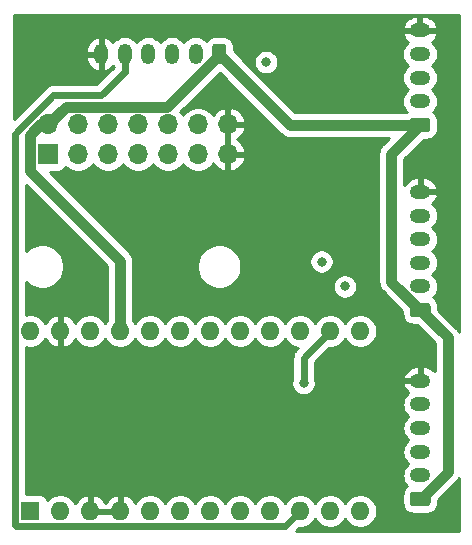
<source format=gbr>
%TF.GenerationSoftware,KiCad,Pcbnew,(5.1.9)-1*%
%TF.CreationDate,2021-10-18T19:29:22-06:00*%
%TF.ProjectId,stick_controller,73746963-6b5f-4636-9f6e-74726f6c6c65,rev?*%
%TF.SameCoordinates,Original*%
%TF.FileFunction,Copper,L4,Bot*%
%TF.FilePolarity,Positive*%
%FSLAX46Y46*%
G04 Gerber Fmt 4.6, Leading zero omitted, Abs format (unit mm)*
G04 Created by KiCad (PCBNEW (5.1.9)-1) date 2021-10-18 19:29:22*
%MOMM*%
%LPD*%
G01*
G04 APERTURE LIST*
%TA.AperFunction,ComponentPad*%
%ADD10O,1.700000X1.700000*%
%TD*%
%TA.AperFunction,ComponentPad*%
%ADD11R,1.700000X1.700000*%
%TD*%
%TA.AperFunction,ComponentPad*%
%ADD12R,1.600000X1.600000*%
%TD*%
%TA.AperFunction,ComponentPad*%
%ADD13O,1.600000X1.600000*%
%TD*%
%TA.AperFunction,ComponentPad*%
%ADD14O,1.750000X1.200000*%
%TD*%
%TA.AperFunction,ComponentPad*%
%ADD15O,1.200000X1.750000*%
%TD*%
%TA.AperFunction,ViaPad*%
%ADD16C,0.800000*%
%TD*%
%TA.AperFunction,Conductor*%
%ADD17C,0.609600*%
%TD*%
%TA.AperFunction,Conductor*%
%ADD18C,0.914400*%
%TD*%
%TA.AperFunction,Conductor*%
%ADD19C,0.254000*%
%TD*%
%TA.AperFunction,Conductor*%
%ADD20C,0.100000*%
%TD*%
G04 APERTURE END LIST*
D10*
%TO.P,J5,14*%
%TO.N,GND*%
X128716000Y-50290000D03*
%TO.P,J5,13*%
X128716000Y-52830000D03*
%TO.P,J5,12*%
%TO.N,/~D10A10*%
X126176000Y-50290000D03*
%TO.P,J5,11*%
%TO.N,/~D5*%
X126176000Y-52830000D03*
%TO.P,J5,10*%
%TO.N,/A0*%
X123636000Y-50290000D03*
%TO.P,J5,9*%
%TO.N,/D4A6*%
X123636000Y-52830000D03*
%TO.P,J5,8*%
%TO.N,/A1*%
X121096000Y-50290000D03*
%TO.P,J5,7*%
%TO.N,/~D3*%
X121096000Y-52830000D03*
%TO.P,J5,6*%
%TO.N,/A2*%
X118556000Y-50290000D03*
%TO.P,J5,5*%
%TO.N,/D2*%
X118556000Y-52830000D03*
%TO.P,J5,4*%
%TO.N,/A3*%
X116016000Y-50290000D03*
%TO.P,J5,3*%
%TO.N,/D0*%
X116016000Y-52830000D03*
%TO.P,J5,2*%
%TO.N,+5V*%
X113476000Y-50290000D03*
D11*
%TO.P,J5,1*%
%TO.N,/D1*%
X113476000Y-52830000D03*
%TD*%
D12*
%TO.P,U1,1*%
%TO.N,/D1*%
X111980000Y-83018000D03*
D13*
%TO.P,U1,13*%
%TO.N,/~D10A10*%
X139920000Y-67778000D03*
%TO.P,U1,2*%
%TO.N,/D0*%
X114520000Y-83018000D03*
%TO.P,U1,14*%
%TO.N,/MOSI*%
X137380000Y-67778000D03*
%TO.P,U1,3*%
%TO.N,GND*%
X117060000Y-83018000D03*
%TO.P,U1,15*%
%TO.N,/MISO*%
X134840000Y-67778000D03*
%TO.P,U1,4*%
%TO.N,GND*%
X119600000Y-83018000D03*
%TO.P,U1,16*%
%TO.N,/SCK*%
X132300000Y-67778000D03*
%TO.P,U1,5*%
%TO.N,/D2*%
X122140000Y-83018000D03*
%TO.P,U1,17*%
%TO.N,/A0*%
X129760000Y-67778000D03*
%TO.P,U1,6*%
%TO.N,/~D3*%
X124680000Y-83018000D03*
%TO.P,U1,18*%
%TO.N,/A1*%
X127220000Y-67778000D03*
%TO.P,U1,7*%
%TO.N,/D4A6*%
X127220000Y-83018000D03*
%TO.P,U1,19*%
%TO.N,/A2*%
X124680000Y-67778000D03*
%TO.P,U1,8*%
%TO.N,/~D5*%
X129760000Y-83018000D03*
%TO.P,U1,20*%
%TO.N,/A3*%
X122140000Y-67778000D03*
%TO.P,U1,9*%
%TO.N,/CSg*%
X132300000Y-83018000D03*
%TO.P,U1,21*%
%TO.N,+5V*%
X119600000Y-67778000D03*
%TO.P,U1,10*%
%TO.N,/CSz*%
X134840000Y-83018000D03*
%TO.P,U1,22*%
%TO.N,/RST*%
X117060000Y-67778000D03*
%TO.P,U1,11*%
%TO.N,/CSy*%
X137380000Y-83018000D03*
%TO.P,U1,23*%
%TO.N,GND*%
X114520000Y-67778000D03*
%TO.P,U1,12*%
%TO.N,/CSx*%
X139920000Y-83018000D03*
%TO.P,U1,24*%
%TO.N,Net-(U1-Pad24)*%
X111980000Y-67778000D03*
%TD*%
D14*
%TO.P,J4,5*%
%TO.N,GND*%
X144976000Y-42330000D03*
%TO.P,J4,4*%
%TO.N,/MISOg*%
X144976000Y-44330000D03*
%TO.P,J4,3*%
%TO.N,/SCK*%
X144976000Y-46330000D03*
%TO.P,J4,2*%
%TO.N,/CSg*%
X144976000Y-48330000D03*
%TO.P,J4,1*%
%TO.N,+5V*%
%TA.AperFunction,ComponentPad*%
G36*
G01*
X145601001Y-50930000D02*
X144350999Y-50930000D01*
G75*
G02*
X144101000Y-50680001I0J249999D01*
G01*
X144101000Y-49979999D01*
G75*
G02*
X144350999Y-49730000I249999J0D01*
G01*
X145601001Y-49730000D01*
G75*
G02*
X145851000Y-49979999I0J-249999D01*
G01*
X145851000Y-50680001D01*
G75*
G02*
X145601001Y-50930000I-249999J0D01*
G01*
G37*
%TD.AperFunction*%
%TD*%
D15*
%TO.P,J3,6*%
%TO.N,GND*%
X117976000Y-44330000D03*
%TO.P,J3,5*%
%TO.N,/CSz*%
X119976000Y-44330000D03*
%TO.P,J3,4*%
%TO.N,/SCK*%
X121976000Y-44330000D03*
%TO.P,J3,3*%
%TO.N,/MOSI*%
X123976000Y-44330000D03*
%TO.P,J3,2*%
%TO.N,/MISO*%
X125976000Y-44330000D03*
%TO.P,J3,1*%
%TO.N,+5V*%
%TA.AperFunction,ComponentPad*%
G36*
G01*
X128576000Y-43704999D02*
X128576000Y-44955001D01*
G75*
G02*
X128326001Y-45205000I-249999J0D01*
G01*
X127625999Y-45205000D01*
G75*
G02*
X127376000Y-44955001I0J249999D01*
G01*
X127376000Y-43704999D01*
G75*
G02*
X127625999Y-43455000I249999J0D01*
G01*
X128326001Y-43455000D01*
G75*
G02*
X128576000Y-43704999I0J-249999D01*
G01*
G37*
%TD.AperFunction*%
%TD*%
D14*
%TO.P,J2,6*%
%TO.N,GND*%
X145000000Y-72000000D03*
%TO.P,J2,5*%
%TO.N,/CSy*%
X145000000Y-74000000D03*
%TO.P,J2,4*%
%TO.N,/SCK*%
X145000000Y-76000000D03*
%TO.P,J2,3*%
%TO.N,/MOSI*%
X145000000Y-78000000D03*
%TO.P,J2,2*%
%TO.N,/MISO*%
X145000000Y-80000000D03*
%TO.P,J2,1*%
%TO.N,+5V*%
%TA.AperFunction,ComponentPad*%
G36*
G01*
X145625001Y-82600000D02*
X144374999Y-82600000D01*
G75*
G02*
X144125000Y-82350001I0J249999D01*
G01*
X144125000Y-81649999D01*
G75*
G02*
X144374999Y-81400000I249999J0D01*
G01*
X145625001Y-81400000D01*
G75*
G02*
X145875000Y-81649999I0J-249999D01*
G01*
X145875000Y-82350001D01*
G75*
G02*
X145625001Y-82600000I-249999J0D01*
G01*
G37*
%TD.AperFunction*%
%TD*%
%TO.P,J1,6*%
%TO.N,GND*%
X145000000Y-56000000D03*
%TO.P,J1,5*%
%TO.N,/CSx*%
X145000000Y-58000000D03*
%TO.P,J1,4*%
%TO.N,/SCK*%
X145000000Y-60000000D03*
%TO.P,J1,3*%
%TO.N,/MOSI*%
X145000000Y-62000000D03*
%TO.P,J1,2*%
%TO.N,/MISO*%
X145000000Y-64000000D03*
%TO.P,J1,1*%
%TO.N,+5V*%
%TA.AperFunction,ComponentPad*%
G36*
G01*
X145625001Y-66600000D02*
X144374999Y-66600000D01*
G75*
G02*
X144125000Y-66350001I0J249999D01*
G01*
X144125000Y-65649999D01*
G75*
G02*
X144374999Y-65400000I249999J0D01*
G01*
X145625001Y-65400000D01*
G75*
G02*
X145875000Y-65649999I0J-249999D01*
G01*
X145875000Y-66350001D01*
G75*
G02*
X145625001Y-66600000I-249999J0D01*
G01*
G37*
%TD.AperFunction*%
%TD*%
D16*
%TO.N,/MOSI*%
X135122000Y-72189500D03*
%TO.N,/MISO*%
X131947000Y-45011500D03*
X136646000Y-61902500D03*
X138618000Y-64000000D03*
%TD*%
D17*
%TO.N,/MOSI*%
X135122000Y-70036000D02*
X137380000Y-67778000D01*
X135122000Y-72189500D02*
X135122000Y-70036000D01*
D18*
%TO.N,+5V*%
X127976000Y-44382963D02*
X127976000Y-44330000D01*
X123576164Y-48782799D02*
X127976000Y-44382963D01*
X114983201Y-48782799D02*
X123576164Y-48782799D01*
X113476000Y-50290000D02*
X114983201Y-48782799D01*
X133976000Y-50330000D02*
X144976000Y-50330000D01*
X127976000Y-44330000D02*
X133976000Y-50330000D01*
X145052963Y-82000000D02*
X145000000Y-82000000D01*
X147314000Y-79738963D02*
X145052963Y-82000000D01*
X147314000Y-68314000D02*
X147314000Y-79738963D01*
X145000000Y-66000000D02*
X147314000Y-68314000D01*
X144947037Y-66000000D02*
X145000000Y-66000000D01*
X142551500Y-63604463D02*
X144947037Y-66000000D01*
X142551500Y-52754500D02*
X142551500Y-63604463D01*
X144976000Y-50330000D02*
X142551500Y-52754500D01*
X111968799Y-54205761D02*
X111968799Y-51152583D01*
X119600000Y-67778000D02*
X119600000Y-61836962D01*
X119600000Y-61836962D02*
X111968799Y-54205761D01*
X111968799Y-51152583D02*
X112831382Y-50290000D01*
X112831382Y-50290000D02*
X113476000Y-50290000D01*
D17*
%TO.N,/CSz*%
X110776159Y-84322801D02*
X133535199Y-84322801D01*
X110675199Y-51085695D02*
X110675199Y-84221841D01*
X119976000Y-44330000D02*
X119976000Y-45814600D01*
X117969812Y-47820788D02*
X113940106Y-47820788D01*
X113940106Y-47820788D02*
X110675199Y-51085695D01*
X119976000Y-45814600D02*
X117969812Y-47820788D01*
X133535199Y-84322801D02*
X134840000Y-83018000D01*
X110675199Y-84221841D02*
X110776159Y-84322801D01*
%TD*%
D19*
%TO.N,GND*%
X133165763Y-51064367D02*
X133199962Y-51106038D01*
X133241631Y-51140235D01*
X133241633Y-51140237D01*
X133317530Y-51202524D01*
X133366271Y-51242525D01*
X133556011Y-51343943D01*
X133761891Y-51406396D01*
X133922351Y-51422200D01*
X133922360Y-51422200D01*
X133975999Y-51427483D01*
X134029638Y-51422200D01*
X142339197Y-51422200D01*
X141817137Y-51944260D01*
X141775462Y-51978462D01*
X141638975Y-52144771D01*
X141537557Y-52334512D01*
X141475104Y-52540392D01*
X141459300Y-52700852D01*
X141459300Y-52700859D01*
X141454017Y-52754500D01*
X141459300Y-52808142D01*
X141459301Y-63550811D01*
X141454017Y-63604463D01*
X141475104Y-63818572D01*
X141537557Y-64024451D01*
X141537558Y-64024452D01*
X141638976Y-64214192D01*
X141775463Y-64380501D01*
X141817132Y-64414698D01*
X143486928Y-66084495D01*
X143486928Y-66350001D01*
X143503992Y-66523255D01*
X143554528Y-66689851D01*
X143636595Y-66843387D01*
X143747038Y-66977962D01*
X143881613Y-67088405D01*
X144035149Y-67170472D01*
X144201745Y-67221008D01*
X144374999Y-67238072D01*
X144693469Y-67238072D01*
X146221800Y-68766404D01*
X146221800Y-71200108D01*
X146066725Y-71043693D01*
X145864946Y-70907610D01*
X145640496Y-70813507D01*
X145402000Y-70765000D01*
X145127000Y-70765000D01*
X145127000Y-71873000D01*
X145147000Y-71873000D01*
X145147000Y-72127000D01*
X145127000Y-72127000D01*
X145127000Y-72147000D01*
X144873000Y-72147000D01*
X144873000Y-72127000D01*
X143656269Y-72127000D01*
X143531538Y-72317609D01*
X143535409Y-72355282D01*
X143627579Y-72580533D01*
X143761922Y-72783474D01*
X143933275Y-72956307D01*
X143997348Y-72999519D01*
X143847498Y-73122498D01*
X143693167Y-73310551D01*
X143578489Y-73525099D01*
X143507870Y-73757898D01*
X143484025Y-74000000D01*
X143507870Y-74242102D01*
X143578489Y-74474901D01*
X143693167Y-74689449D01*
X143847498Y-74877502D01*
X143996762Y-75000000D01*
X143847498Y-75122498D01*
X143693167Y-75310551D01*
X143578489Y-75525099D01*
X143507870Y-75757898D01*
X143484025Y-76000000D01*
X143507870Y-76242102D01*
X143578489Y-76474901D01*
X143693167Y-76689449D01*
X143847498Y-76877502D01*
X143996762Y-77000000D01*
X143847498Y-77122498D01*
X143693167Y-77310551D01*
X143578489Y-77525099D01*
X143507870Y-77757898D01*
X143484025Y-78000000D01*
X143507870Y-78242102D01*
X143578489Y-78474901D01*
X143693167Y-78689449D01*
X143847498Y-78877502D01*
X143996762Y-79000000D01*
X143847498Y-79122498D01*
X143693167Y-79310551D01*
X143578489Y-79525099D01*
X143507870Y-79757898D01*
X143484025Y-80000000D01*
X143507870Y-80242102D01*
X143578489Y-80474901D01*
X143693167Y-80689449D01*
X143847498Y-80877502D01*
X143886111Y-80909191D01*
X143881613Y-80911595D01*
X143747038Y-81022038D01*
X143636595Y-81156613D01*
X143554528Y-81310149D01*
X143503992Y-81476745D01*
X143486928Y-81649999D01*
X143486928Y-82350001D01*
X143503992Y-82523255D01*
X143554528Y-82689851D01*
X143636595Y-82843387D01*
X143747038Y-82977962D01*
X143881613Y-83088405D01*
X144035149Y-83170472D01*
X144201745Y-83221008D01*
X144374999Y-83238072D01*
X145625001Y-83238072D01*
X145798255Y-83221008D01*
X145964851Y-83170472D01*
X146118387Y-83088405D01*
X146252962Y-82977962D01*
X146363405Y-82843387D01*
X146445472Y-82689851D01*
X146496008Y-82523255D01*
X146513072Y-82350001D01*
X146513072Y-82084494D01*
X148048369Y-80549198D01*
X148090038Y-80515001D01*
X148226525Y-80348692D01*
X148316001Y-80181294D01*
X148316001Y-84670000D01*
X134517077Y-84670000D01*
X134734077Y-84453000D01*
X134981335Y-84453000D01*
X135258574Y-84397853D01*
X135519727Y-84289680D01*
X135754759Y-84132637D01*
X135954637Y-83932759D01*
X136110000Y-83700241D01*
X136265363Y-83932759D01*
X136465241Y-84132637D01*
X136700273Y-84289680D01*
X136961426Y-84397853D01*
X137238665Y-84453000D01*
X137521335Y-84453000D01*
X137798574Y-84397853D01*
X138059727Y-84289680D01*
X138294759Y-84132637D01*
X138494637Y-83932759D01*
X138650000Y-83700241D01*
X138805363Y-83932759D01*
X139005241Y-84132637D01*
X139240273Y-84289680D01*
X139501426Y-84397853D01*
X139778665Y-84453000D01*
X140061335Y-84453000D01*
X140338574Y-84397853D01*
X140599727Y-84289680D01*
X140834759Y-84132637D01*
X141034637Y-83932759D01*
X141191680Y-83697727D01*
X141299853Y-83436574D01*
X141355000Y-83159335D01*
X141355000Y-82876665D01*
X141299853Y-82599426D01*
X141191680Y-82338273D01*
X141034637Y-82103241D01*
X140834759Y-81903363D01*
X140599727Y-81746320D01*
X140338574Y-81638147D01*
X140061335Y-81583000D01*
X139778665Y-81583000D01*
X139501426Y-81638147D01*
X139240273Y-81746320D01*
X139005241Y-81903363D01*
X138805363Y-82103241D01*
X138650000Y-82335759D01*
X138494637Y-82103241D01*
X138294759Y-81903363D01*
X138059727Y-81746320D01*
X137798574Y-81638147D01*
X137521335Y-81583000D01*
X137238665Y-81583000D01*
X136961426Y-81638147D01*
X136700273Y-81746320D01*
X136465241Y-81903363D01*
X136265363Y-82103241D01*
X136110000Y-82335759D01*
X135954637Y-82103241D01*
X135754759Y-81903363D01*
X135519727Y-81746320D01*
X135258574Y-81638147D01*
X134981335Y-81583000D01*
X134698665Y-81583000D01*
X134421426Y-81638147D01*
X134160273Y-81746320D01*
X133925241Y-81903363D01*
X133725363Y-82103241D01*
X133570000Y-82335759D01*
X133414637Y-82103241D01*
X133214759Y-81903363D01*
X132979727Y-81746320D01*
X132718574Y-81638147D01*
X132441335Y-81583000D01*
X132158665Y-81583000D01*
X131881426Y-81638147D01*
X131620273Y-81746320D01*
X131385241Y-81903363D01*
X131185363Y-82103241D01*
X131030000Y-82335759D01*
X130874637Y-82103241D01*
X130674759Y-81903363D01*
X130439727Y-81746320D01*
X130178574Y-81638147D01*
X129901335Y-81583000D01*
X129618665Y-81583000D01*
X129341426Y-81638147D01*
X129080273Y-81746320D01*
X128845241Y-81903363D01*
X128645363Y-82103241D01*
X128490000Y-82335759D01*
X128334637Y-82103241D01*
X128134759Y-81903363D01*
X127899727Y-81746320D01*
X127638574Y-81638147D01*
X127361335Y-81583000D01*
X127078665Y-81583000D01*
X126801426Y-81638147D01*
X126540273Y-81746320D01*
X126305241Y-81903363D01*
X126105363Y-82103241D01*
X125950000Y-82335759D01*
X125794637Y-82103241D01*
X125594759Y-81903363D01*
X125359727Y-81746320D01*
X125098574Y-81638147D01*
X124821335Y-81583000D01*
X124538665Y-81583000D01*
X124261426Y-81638147D01*
X124000273Y-81746320D01*
X123765241Y-81903363D01*
X123565363Y-82103241D01*
X123410000Y-82335759D01*
X123254637Y-82103241D01*
X123054759Y-81903363D01*
X122819727Y-81746320D01*
X122558574Y-81638147D01*
X122281335Y-81583000D01*
X121998665Y-81583000D01*
X121721426Y-81638147D01*
X121460273Y-81746320D01*
X121225241Y-81903363D01*
X121025363Y-82103241D01*
X120868320Y-82338273D01*
X120863933Y-82348865D01*
X120752385Y-82162869D01*
X120563414Y-81954481D01*
X120337420Y-81786963D01*
X120083087Y-81666754D01*
X119949039Y-81626096D01*
X119727000Y-81748085D01*
X119727000Y-82891000D01*
X119747000Y-82891000D01*
X119747000Y-83145000D01*
X119727000Y-83145000D01*
X119727000Y-83165000D01*
X119473000Y-83165000D01*
X119473000Y-83145000D01*
X117187000Y-83145000D01*
X117187000Y-83165000D01*
X116933000Y-83165000D01*
X116933000Y-83145000D01*
X116913000Y-83145000D01*
X116913000Y-82891000D01*
X116933000Y-82891000D01*
X116933000Y-81748085D01*
X117187000Y-81748085D01*
X117187000Y-82891000D01*
X119473000Y-82891000D01*
X119473000Y-81748085D01*
X119250961Y-81626096D01*
X119116913Y-81666754D01*
X118862580Y-81786963D01*
X118636586Y-81954481D01*
X118447615Y-82162869D01*
X118330000Y-82358982D01*
X118212385Y-82162869D01*
X118023414Y-81954481D01*
X117797420Y-81786963D01*
X117543087Y-81666754D01*
X117409039Y-81626096D01*
X117187000Y-81748085D01*
X116933000Y-81748085D01*
X116710961Y-81626096D01*
X116576913Y-81666754D01*
X116322580Y-81786963D01*
X116096586Y-81954481D01*
X115907615Y-82162869D01*
X115796067Y-82348865D01*
X115791680Y-82338273D01*
X115634637Y-82103241D01*
X115434759Y-81903363D01*
X115199727Y-81746320D01*
X114938574Y-81638147D01*
X114661335Y-81583000D01*
X114378665Y-81583000D01*
X114101426Y-81638147D01*
X113840273Y-81746320D01*
X113605241Y-81903363D01*
X113406643Y-82101961D01*
X113405812Y-82093518D01*
X113369502Y-81973820D01*
X113310537Y-81863506D01*
X113231185Y-81766815D01*
X113134494Y-81687463D01*
X113024180Y-81628498D01*
X112904482Y-81592188D01*
X112780000Y-81579928D01*
X111614999Y-81579928D01*
X111614999Y-69168509D01*
X111838665Y-69213000D01*
X112121335Y-69213000D01*
X112398574Y-69157853D01*
X112659727Y-69049680D01*
X112894759Y-68892637D01*
X113094637Y-68692759D01*
X113251680Y-68457727D01*
X113256067Y-68447135D01*
X113367615Y-68633131D01*
X113556586Y-68841519D01*
X113782580Y-69009037D01*
X114036913Y-69129246D01*
X114170961Y-69169904D01*
X114393000Y-69047915D01*
X114393000Y-67905000D01*
X114373000Y-67905000D01*
X114373000Y-67651000D01*
X114393000Y-67651000D01*
X114393000Y-66508085D01*
X114170961Y-66386096D01*
X114036913Y-66426754D01*
X113782580Y-66546963D01*
X113556586Y-66714481D01*
X113367615Y-66922869D01*
X113256067Y-67108865D01*
X113251680Y-67098273D01*
X113094637Y-66863241D01*
X112894759Y-66663363D01*
X112659727Y-66506320D01*
X112398574Y-66398147D01*
X112121335Y-66343000D01*
X111838665Y-66343000D01*
X111614999Y-66387491D01*
X111614999Y-63634792D01*
X111774382Y-63794175D01*
X112083118Y-64000466D01*
X112426166Y-64142561D01*
X112790344Y-64215000D01*
X113161656Y-64215000D01*
X113525834Y-64142561D01*
X113868882Y-64000466D01*
X114177618Y-63794175D01*
X114440175Y-63531618D01*
X114646466Y-63222882D01*
X114788561Y-62879834D01*
X114861000Y-62515656D01*
X114861000Y-62144344D01*
X114788561Y-61780166D01*
X114646466Y-61437118D01*
X114440175Y-61128382D01*
X114177618Y-60865825D01*
X113868882Y-60659534D01*
X113525834Y-60517439D01*
X113161656Y-60445000D01*
X112790344Y-60445000D01*
X112426166Y-60517439D01*
X112083118Y-60659534D01*
X111774382Y-60865825D01*
X111614999Y-61025208D01*
X111614999Y-55396564D01*
X118507801Y-62289367D01*
X118507800Y-66840804D01*
X118485363Y-66863241D01*
X118330000Y-67095759D01*
X118174637Y-66863241D01*
X117974759Y-66663363D01*
X117739727Y-66506320D01*
X117478574Y-66398147D01*
X117201335Y-66343000D01*
X116918665Y-66343000D01*
X116641426Y-66398147D01*
X116380273Y-66506320D01*
X116145241Y-66663363D01*
X115945363Y-66863241D01*
X115788320Y-67098273D01*
X115783933Y-67108865D01*
X115672385Y-66922869D01*
X115483414Y-66714481D01*
X115257420Y-66546963D01*
X115003087Y-66426754D01*
X114869039Y-66386096D01*
X114647000Y-66508085D01*
X114647000Y-67651000D01*
X114667000Y-67651000D01*
X114667000Y-67905000D01*
X114647000Y-67905000D01*
X114647000Y-69047915D01*
X114869039Y-69169904D01*
X115003087Y-69129246D01*
X115257420Y-69009037D01*
X115483414Y-68841519D01*
X115672385Y-68633131D01*
X115783933Y-68447135D01*
X115788320Y-68457727D01*
X115945363Y-68692759D01*
X116145241Y-68892637D01*
X116380273Y-69049680D01*
X116641426Y-69157853D01*
X116918665Y-69213000D01*
X117201335Y-69213000D01*
X117478574Y-69157853D01*
X117739727Y-69049680D01*
X117974759Y-68892637D01*
X118174637Y-68692759D01*
X118330000Y-68460241D01*
X118485363Y-68692759D01*
X118685241Y-68892637D01*
X118920273Y-69049680D01*
X119181426Y-69157853D01*
X119458665Y-69213000D01*
X119741335Y-69213000D01*
X120018574Y-69157853D01*
X120279727Y-69049680D01*
X120514759Y-68892637D01*
X120714637Y-68692759D01*
X120870000Y-68460241D01*
X121025363Y-68692759D01*
X121225241Y-68892637D01*
X121460273Y-69049680D01*
X121721426Y-69157853D01*
X121998665Y-69213000D01*
X122281335Y-69213000D01*
X122558574Y-69157853D01*
X122819727Y-69049680D01*
X123054759Y-68892637D01*
X123254637Y-68692759D01*
X123410000Y-68460241D01*
X123565363Y-68692759D01*
X123765241Y-68892637D01*
X124000273Y-69049680D01*
X124261426Y-69157853D01*
X124538665Y-69213000D01*
X124821335Y-69213000D01*
X125098574Y-69157853D01*
X125359727Y-69049680D01*
X125594759Y-68892637D01*
X125794637Y-68692759D01*
X125950000Y-68460241D01*
X126105363Y-68692759D01*
X126305241Y-68892637D01*
X126540273Y-69049680D01*
X126801426Y-69157853D01*
X127078665Y-69213000D01*
X127361335Y-69213000D01*
X127638574Y-69157853D01*
X127899727Y-69049680D01*
X128134759Y-68892637D01*
X128334637Y-68692759D01*
X128490000Y-68460241D01*
X128645363Y-68692759D01*
X128845241Y-68892637D01*
X129080273Y-69049680D01*
X129341426Y-69157853D01*
X129618665Y-69213000D01*
X129901335Y-69213000D01*
X130178574Y-69157853D01*
X130439727Y-69049680D01*
X130674759Y-68892637D01*
X130874637Y-68692759D01*
X131030000Y-68460241D01*
X131185363Y-68692759D01*
X131385241Y-68892637D01*
X131620273Y-69049680D01*
X131881426Y-69157853D01*
X132158665Y-69213000D01*
X132441335Y-69213000D01*
X132718574Y-69157853D01*
X132979727Y-69049680D01*
X133214759Y-68892637D01*
X133414637Y-68692759D01*
X133570000Y-68460241D01*
X133725363Y-68692759D01*
X133925241Y-68892637D01*
X134160273Y-69049680D01*
X134421426Y-69157853D01*
X134629652Y-69199272D01*
X134490110Y-69338814D01*
X134454247Y-69368246D01*
X134396959Y-69438052D01*
X134336804Y-69511349D01*
X134249538Y-69674614D01*
X134195799Y-69851767D01*
X134177654Y-70036000D01*
X134182201Y-70082167D01*
X134182200Y-71753792D01*
X134126774Y-71887602D01*
X134087000Y-72087561D01*
X134087000Y-72291439D01*
X134126774Y-72491398D01*
X134204795Y-72679756D01*
X134318063Y-72849274D01*
X134462226Y-72993437D01*
X134631744Y-73106705D01*
X134820102Y-73184726D01*
X135020061Y-73224500D01*
X135223939Y-73224500D01*
X135423898Y-73184726D01*
X135612256Y-73106705D01*
X135781774Y-72993437D01*
X135925937Y-72849274D01*
X136039205Y-72679756D01*
X136117226Y-72491398D01*
X136157000Y-72291439D01*
X136157000Y-72087561D01*
X136117226Y-71887602D01*
X136061800Y-71753793D01*
X136061800Y-71682391D01*
X143531538Y-71682391D01*
X143656269Y-71873000D01*
X144873000Y-71873000D01*
X144873000Y-70765000D01*
X144598000Y-70765000D01*
X144359504Y-70813507D01*
X144135054Y-70907610D01*
X143933275Y-71043693D01*
X143761922Y-71216526D01*
X143627579Y-71419467D01*
X143535409Y-71644718D01*
X143531538Y-71682391D01*
X136061800Y-71682391D01*
X136061800Y-70425276D01*
X137274077Y-69213000D01*
X137521335Y-69213000D01*
X137798574Y-69157853D01*
X138059727Y-69049680D01*
X138294759Y-68892637D01*
X138494637Y-68692759D01*
X138650000Y-68460241D01*
X138805363Y-68692759D01*
X139005241Y-68892637D01*
X139240273Y-69049680D01*
X139501426Y-69157853D01*
X139778665Y-69213000D01*
X140061335Y-69213000D01*
X140338574Y-69157853D01*
X140599727Y-69049680D01*
X140834759Y-68892637D01*
X141034637Y-68692759D01*
X141191680Y-68457727D01*
X141299853Y-68196574D01*
X141355000Y-67919335D01*
X141355000Y-67636665D01*
X141299853Y-67359426D01*
X141191680Y-67098273D01*
X141034637Y-66863241D01*
X140834759Y-66663363D01*
X140599727Y-66506320D01*
X140338574Y-66398147D01*
X140061335Y-66343000D01*
X139778665Y-66343000D01*
X139501426Y-66398147D01*
X139240273Y-66506320D01*
X139005241Y-66663363D01*
X138805363Y-66863241D01*
X138650000Y-67095759D01*
X138494637Y-66863241D01*
X138294759Y-66663363D01*
X138059727Y-66506320D01*
X137798574Y-66398147D01*
X137521335Y-66343000D01*
X137238665Y-66343000D01*
X136961426Y-66398147D01*
X136700273Y-66506320D01*
X136465241Y-66663363D01*
X136265363Y-66863241D01*
X136110000Y-67095759D01*
X135954637Y-66863241D01*
X135754759Y-66663363D01*
X135519727Y-66506320D01*
X135258574Y-66398147D01*
X134981335Y-66343000D01*
X134698665Y-66343000D01*
X134421426Y-66398147D01*
X134160273Y-66506320D01*
X133925241Y-66663363D01*
X133725363Y-66863241D01*
X133570000Y-67095759D01*
X133414637Y-66863241D01*
X133214759Y-66663363D01*
X132979727Y-66506320D01*
X132718574Y-66398147D01*
X132441335Y-66343000D01*
X132158665Y-66343000D01*
X131881426Y-66398147D01*
X131620273Y-66506320D01*
X131385241Y-66663363D01*
X131185363Y-66863241D01*
X131030000Y-67095759D01*
X130874637Y-66863241D01*
X130674759Y-66663363D01*
X130439727Y-66506320D01*
X130178574Y-66398147D01*
X129901335Y-66343000D01*
X129618665Y-66343000D01*
X129341426Y-66398147D01*
X129080273Y-66506320D01*
X128845241Y-66663363D01*
X128645363Y-66863241D01*
X128490000Y-67095759D01*
X128334637Y-66863241D01*
X128134759Y-66663363D01*
X127899727Y-66506320D01*
X127638574Y-66398147D01*
X127361335Y-66343000D01*
X127078665Y-66343000D01*
X126801426Y-66398147D01*
X126540273Y-66506320D01*
X126305241Y-66663363D01*
X126105363Y-66863241D01*
X125950000Y-67095759D01*
X125794637Y-66863241D01*
X125594759Y-66663363D01*
X125359727Y-66506320D01*
X125098574Y-66398147D01*
X124821335Y-66343000D01*
X124538665Y-66343000D01*
X124261426Y-66398147D01*
X124000273Y-66506320D01*
X123765241Y-66663363D01*
X123565363Y-66863241D01*
X123410000Y-67095759D01*
X123254637Y-66863241D01*
X123054759Y-66663363D01*
X122819727Y-66506320D01*
X122558574Y-66398147D01*
X122281335Y-66343000D01*
X121998665Y-66343000D01*
X121721426Y-66398147D01*
X121460273Y-66506320D01*
X121225241Y-66663363D01*
X121025363Y-66863241D01*
X120870000Y-67095759D01*
X120714637Y-66863241D01*
X120692200Y-66840804D01*
X120692200Y-62144344D01*
X126091000Y-62144344D01*
X126091000Y-62515656D01*
X126163439Y-62879834D01*
X126305534Y-63222882D01*
X126511825Y-63531618D01*
X126774382Y-63794175D01*
X127083118Y-64000466D01*
X127426166Y-64142561D01*
X127790344Y-64215000D01*
X128161656Y-64215000D01*
X128525834Y-64142561D01*
X128868882Y-64000466D01*
X129022141Y-63898061D01*
X137583000Y-63898061D01*
X137583000Y-64101939D01*
X137622774Y-64301898D01*
X137700795Y-64490256D01*
X137814063Y-64659774D01*
X137958226Y-64803937D01*
X138127744Y-64917205D01*
X138316102Y-64995226D01*
X138516061Y-65035000D01*
X138719939Y-65035000D01*
X138919898Y-64995226D01*
X139108256Y-64917205D01*
X139277774Y-64803937D01*
X139421937Y-64659774D01*
X139535205Y-64490256D01*
X139613226Y-64301898D01*
X139653000Y-64101939D01*
X139653000Y-63898061D01*
X139613226Y-63698102D01*
X139535205Y-63509744D01*
X139421937Y-63340226D01*
X139277774Y-63196063D01*
X139108256Y-63082795D01*
X138919898Y-63004774D01*
X138719939Y-62965000D01*
X138516061Y-62965000D01*
X138316102Y-63004774D01*
X138127744Y-63082795D01*
X137958226Y-63196063D01*
X137814063Y-63340226D01*
X137700795Y-63509744D01*
X137622774Y-63698102D01*
X137583000Y-63898061D01*
X129022141Y-63898061D01*
X129177618Y-63794175D01*
X129440175Y-63531618D01*
X129646466Y-63222882D01*
X129788561Y-62879834D01*
X129861000Y-62515656D01*
X129861000Y-62144344D01*
X129792618Y-61800561D01*
X135611000Y-61800561D01*
X135611000Y-62004439D01*
X135650774Y-62204398D01*
X135728795Y-62392756D01*
X135842063Y-62562274D01*
X135986226Y-62706437D01*
X136155744Y-62819705D01*
X136344102Y-62897726D01*
X136544061Y-62937500D01*
X136747939Y-62937500D01*
X136947898Y-62897726D01*
X137136256Y-62819705D01*
X137305774Y-62706437D01*
X137449937Y-62562274D01*
X137563205Y-62392756D01*
X137641226Y-62204398D01*
X137681000Y-62004439D01*
X137681000Y-61800561D01*
X137641226Y-61600602D01*
X137563205Y-61412244D01*
X137449937Y-61242726D01*
X137305774Y-61098563D01*
X137136256Y-60985295D01*
X136947898Y-60907274D01*
X136747939Y-60867500D01*
X136544061Y-60867500D01*
X136344102Y-60907274D01*
X136155744Y-60985295D01*
X135986226Y-61098563D01*
X135842063Y-61242726D01*
X135728795Y-61412244D01*
X135650774Y-61600602D01*
X135611000Y-61800561D01*
X129792618Y-61800561D01*
X129788561Y-61780166D01*
X129646466Y-61437118D01*
X129440175Y-61128382D01*
X129177618Y-60865825D01*
X128868882Y-60659534D01*
X128525834Y-60517439D01*
X128161656Y-60445000D01*
X127790344Y-60445000D01*
X127426166Y-60517439D01*
X127083118Y-60659534D01*
X126774382Y-60865825D01*
X126511825Y-61128382D01*
X126305534Y-61437118D01*
X126163439Y-61780166D01*
X126091000Y-62144344D01*
X120692200Y-62144344D01*
X120692200Y-61890603D01*
X120697483Y-61836962D01*
X120692200Y-61783320D01*
X120692200Y-61783313D01*
X120676396Y-61622853D01*
X120669647Y-61600602D01*
X120613943Y-61416973D01*
X120557059Y-61310551D01*
X120512525Y-61227233D01*
X120376038Y-61060924D01*
X120334369Y-61026727D01*
X113625713Y-54318072D01*
X114326000Y-54318072D01*
X114450482Y-54305812D01*
X114570180Y-54269502D01*
X114680494Y-54210537D01*
X114777185Y-54131185D01*
X114856537Y-54034494D01*
X114915502Y-53924180D01*
X114937513Y-53851620D01*
X115069368Y-53983475D01*
X115312589Y-54145990D01*
X115582842Y-54257932D01*
X115869740Y-54315000D01*
X116162260Y-54315000D01*
X116449158Y-54257932D01*
X116719411Y-54145990D01*
X116962632Y-53983475D01*
X117169475Y-53776632D01*
X117286000Y-53602240D01*
X117402525Y-53776632D01*
X117609368Y-53983475D01*
X117852589Y-54145990D01*
X118122842Y-54257932D01*
X118409740Y-54315000D01*
X118702260Y-54315000D01*
X118989158Y-54257932D01*
X119259411Y-54145990D01*
X119502632Y-53983475D01*
X119709475Y-53776632D01*
X119826000Y-53602240D01*
X119942525Y-53776632D01*
X120149368Y-53983475D01*
X120392589Y-54145990D01*
X120662842Y-54257932D01*
X120949740Y-54315000D01*
X121242260Y-54315000D01*
X121529158Y-54257932D01*
X121799411Y-54145990D01*
X122042632Y-53983475D01*
X122249475Y-53776632D01*
X122366000Y-53602240D01*
X122482525Y-53776632D01*
X122689368Y-53983475D01*
X122932589Y-54145990D01*
X123202842Y-54257932D01*
X123489740Y-54315000D01*
X123782260Y-54315000D01*
X124069158Y-54257932D01*
X124339411Y-54145990D01*
X124582632Y-53983475D01*
X124789475Y-53776632D01*
X124906000Y-53602240D01*
X125022525Y-53776632D01*
X125229368Y-53983475D01*
X125472589Y-54145990D01*
X125742842Y-54257932D01*
X126029740Y-54315000D01*
X126322260Y-54315000D01*
X126609158Y-54257932D01*
X126879411Y-54145990D01*
X127122632Y-53983475D01*
X127329475Y-53776632D01*
X127451195Y-53594466D01*
X127520822Y-53711355D01*
X127715731Y-53927588D01*
X127949080Y-54101641D01*
X128211901Y-54226825D01*
X128359110Y-54271476D01*
X128589000Y-54150155D01*
X128589000Y-52957000D01*
X128843000Y-52957000D01*
X128843000Y-54150155D01*
X129072890Y-54271476D01*
X129220099Y-54226825D01*
X129482920Y-54101641D01*
X129716269Y-53927588D01*
X129911178Y-53711355D01*
X130060157Y-53461252D01*
X130157481Y-53186891D01*
X130036814Y-52957000D01*
X128843000Y-52957000D01*
X128589000Y-52957000D01*
X128569000Y-52957000D01*
X128569000Y-52703000D01*
X128589000Y-52703000D01*
X128589000Y-50417000D01*
X128843000Y-50417000D01*
X128843000Y-52703000D01*
X130036814Y-52703000D01*
X130157481Y-52473109D01*
X130060157Y-52198748D01*
X129911178Y-51948645D01*
X129716269Y-51732412D01*
X129485120Y-51560000D01*
X129716269Y-51387588D01*
X129911178Y-51171355D01*
X130060157Y-50921252D01*
X130157481Y-50646891D01*
X130036814Y-50417000D01*
X128843000Y-50417000D01*
X128589000Y-50417000D01*
X128569000Y-50417000D01*
X128569000Y-50163000D01*
X128589000Y-50163000D01*
X128589000Y-48969845D01*
X128843000Y-48969845D01*
X128843000Y-50163000D01*
X130036814Y-50163000D01*
X130157481Y-49933109D01*
X130060157Y-49658748D01*
X129911178Y-49408645D01*
X129716269Y-49192412D01*
X129482920Y-49018359D01*
X129220099Y-48893175D01*
X129072890Y-48848524D01*
X128843000Y-48969845D01*
X128589000Y-48969845D01*
X128359110Y-48848524D01*
X128211901Y-48893175D01*
X127949080Y-49018359D01*
X127715731Y-49192412D01*
X127520822Y-49408645D01*
X127451195Y-49525534D01*
X127329475Y-49343368D01*
X127122632Y-49136525D01*
X126879411Y-48974010D01*
X126609158Y-48862068D01*
X126322260Y-48805000D01*
X126029740Y-48805000D01*
X125742842Y-48862068D01*
X125472589Y-48974010D01*
X125229368Y-49136525D01*
X125022525Y-49343368D01*
X124906000Y-49517760D01*
X124789475Y-49343368D01*
X124674837Y-49228730D01*
X128002482Y-45901085D01*
X133165763Y-51064367D01*
%TA.AperFunction,Conductor*%
D20*
G36*
X133165763Y-51064367D02*
G01*
X133199962Y-51106038D01*
X133241631Y-51140235D01*
X133241633Y-51140237D01*
X133317530Y-51202524D01*
X133366271Y-51242525D01*
X133556011Y-51343943D01*
X133761891Y-51406396D01*
X133922351Y-51422200D01*
X133922360Y-51422200D01*
X133975999Y-51427483D01*
X134029638Y-51422200D01*
X142339197Y-51422200D01*
X141817137Y-51944260D01*
X141775462Y-51978462D01*
X141638975Y-52144771D01*
X141537557Y-52334512D01*
X141475104Y-52540392D01*
X141459300Y-52700852D01*
X141459300Y-52700859D01*
X141454017Y-52754500D01*
X141459300Y-52808142D01*
X141459301Y-63550811D01*
X141454017Y-63604463D01*
X141475104Y-63818572D01*
X141537557Y-64024451D01*
X141537558Y-64024452D01*
X141638976Y-64214192D01*
X141775463Y-64380501D01*
X141817132Y-64414698D01*
X143486928Y-66084495D01*
X143486928Y-66350001D01*
X143503992Y-66523255D01*
X143554528Y-66689851D01*
X143636595Y-66843387D01*
X143747038Y-66977962D01*
X143881613Y-67088405D01*
X144035149Y-67170472D01*
X144201745Y-67221008D01*
X144374999Y-67238072D01*
X144693469Y-67238072D01*
X146221800Y-68766404D01*
X146221800Y-71200108D01*
X146066725Y-71043693D01*
X145864946Y-70907610D01*
X145640496Y-70813507D01*
X145402000Y-70765000D01*
X145127000Y-70765000D01*
X145127000Y-71873000D01*
X145147000Y-71873000D01*
X145147000Y-72127000D01*
X145127000Y-72127000D01*
X145127000Y-72147000D01*
X144873000Y-72147000D01*
X144873000Y-72127000D01*
X143656269Y-72127000D01*
X143531538Y-72317609D01*
X143535409Y-72355282D01*
X143627579Y-72580533D01*
X143761922Y-72783474D01*
X143933275Y-72956307D01*
X143997348Y-72999519D01*
X143847498Y-73122498D01*
X143693167Y-73310551D01*
X143578489Y-73525099D01*
X143507870Y-73757898D01*
X143484025Y-74000000D01*
X143507870Y-74242102D01*
X143578489Y-74474901D01*
X143693167Y-74689449D01*
X143847498Y-74877502D01*
X143996762Y-75000000D01*
X143847498Y-75122498D01*
X143693167Y-75310551D01*
X143578489Y-75525099D01*
X143507870Y-75757898D01*
X143484025Y-76000000D01*
X143507870Y-76242102D01*
X143578489Y-76474901D01*
X143693167Y-76689449D01*
X143847498Y-76877502D01*
X143996762Y-77000000D01*
X143847498Y-77122498D01*
X143693167Y-77310551D01*
X143578489Y-77525099D01*
X143507870Y-77757898D01*
X143484025Y-78000000D01*
X143507870Y-78242102D01*
X143578489Y-78474901D01*
X143693167Y-78689449D01*
X143847498Y-78877502D01*
X143996762Y-79000000D01*
X143847498Y-79122498D01*
X143693167Y-79310551D01*
X143578489Y-79525099D01*
X143507870Y-79757898D01*
X143484025Y-80000000D01*
X143507870Y-80242102D01*
X143578489Y-80474901D01*
X143693167Y-80689449D01*
X143847498Y-80877502D01*
X143886111Y-80909191D01*
X143881613Y-80911595D01*
X143747038Y-81022038D01*
X143636595Y-81156613D01*
X143554528Y-81310149D01*
X143503992Y-81476745D01*
X143486928Y-81649999D01*
X143486928Y-82350001D01*
X143503992Y-82523255D01*
X143554528Y-82689851D01*
X143636595Y-82843387D01*
X143747038Y-82977962D01*
X143881613Y-83088405D01*
X144035149Y-83170472D01*
X144201745Y-83221008D01*
X144374999Y-83238072D01*
X145625001Y-83238072D01*
X145798255Y-83221008D01*
X145964851Y-83170472D01*
X146118387Y-83088405D01*
X146252962Y-82977962D01*
X146363405Y-82843387D01*
X146445472Y-82689851D01*
X146496008Y-82523255D01*
X146513072Y-82350001D01*
X146513072Y-82084494D01*
X148048369Y-80549198D01*
X148090038Y-80515001D01*
X148226525Y-80348692D01*
X148316001Y-80181294D01*
X148316001Y-84670000D01*
X134517077Y-84670000D01*
X134734077Y-84453000D01*
X134981335Y-84453000D01*
X135258574Y-84397853D01*
X135519727Y-84289680D01*
X135754759Y-84132637D01*
X135954637Y-83932759D01*
X136110000Y-83700241D01*
X136265363Y-83932759D01*
X136465241Y-84132637D01*
X136700273Y-84289680D01*
X136961426Y-84397853D01*
X137238665Y-84453000D01*
X137521335Y-84453000D01*
X137798574Y-84397853D01*
X138059727Y-84289680D01*
X138294759Y-84132637D01*
X138494637Y-83932759D01*
X138650000Y-83700241D01*
X138805363Y-83932759D01*
X139005241Y-84132637D01*
X139240273Y-84289680D01*
X139501426Y-84397853D01*
X139778665Y-84453000D01*
X140061335Y-84453000D01*
X140338574Y-84397853D01*
X140599727Y-84289680D01*
X140834759Y-84132637D01*
X141034637Y-83932759D01*
X141191680Y-83697727D01*
X141299853Y-83436574D01*
X141355000Y-83159335D01*
X141355000Y-82876665D01*
X141299853Y-82599426D01*
X141191680Y-82338273D01*
X141034637Y-82103241D01*
X140834759Y-81903363D01*
X140599727Y-81746320D01*
X140338574Y-81638147D01*
X140061335Y-81583000D01*
X139778665Y-81583000D01*
X139501426Y-81638147D01*
X139240273Y-81746320D01*
X139005241Y-81903363D01*
X138805363Y-82103241D01*
X138650000Y-82335759D01*
X138494637Y-82103241D01*
X138294759Y-81903363D01*
X138059727Y-81746320D01*
X137798574Y-81638147D01*
X137521335Y-81583000D01*
X137238665Y-81583000D01*
X136961426Y-81638147D01*
X136700273Y-81746320D01*
X136465241Y-81903363D01*
X136265363Y-82103241D01*
X136110000Y-82335759D01*
X135954637Y-82103241D01*
X135754759Y-81903363D01*
X135519727Y-81746320D01*
X135258574Y-81638147D01*
X134981335Y-81583000D01*
X134698665Y-81583000D01*
X134421426Y-81638147D01*
X134160273Y-81746320D01*
X133925241Y-81903363D01*
X133725363Y-82103241D01*
X133570000Y-82335759D01*
X133414637Y-82103241D01*
X133214759Y-81903363D01*
X132979727Y-81746320D01*
X132718574Y-81638147D01*
X132441335Y-81583000D01*
X132158665Y-81583000D01*
X131881426Y-81638147D01*
X131620273Y-81746320D01*
X131385241Y-81903363D01*
X131185363Y-82103241D01*
X131030000Y-82335759D01*
X130874637Y-82103241D01*
X130674759Y-81903363D01*
X130439727Y-81746320D01*
X130178574Y-81638147D01*
X129901335Y-81583000D01*
X129618665Y-81583000D01*
X129341426Y-81638147D01*
X129080273Y-81746320D01*
X128845241Y-81903363D01*
X128645363Y-82103241D01*
X128490000Y-82335759D01*
X128334637Y-82103241D01*
X128134759Y-81903363D01*
X127899727Y-81746320D01*
X127638574Y-81638147D01*
X127361335Y-81583000D01*
X127078665Y-81583000D01*
X126801426Y-81638147D01*
X126540273Y-81746320D01*
X126305241Y-81903363D01*
X126105363Y-82103241D01*
X125950000Y-82335759D01*
X125794637Y-82103241D01*
X125594759Y-81903363D01*
X125359727Y-81746320D01*
X125098574Y-81638147D01*
X124821335Y-81583000D01*
X124538665Y-81583000D01*
X124261426Y-81638147D01*
X124000273Y-81746320D01*
X123765241Y-81903363D01*
X123565363Y-82103241D01*
X123410000Y-82335759D01*
X123254637Y-82103241D01*
X123054759Y-81903363D01*
X122819727Y-81746320D01*
X122558574Y-81638147D01*
X122281335Y-81583000D01*
X121998665Y-81583000D01*
X121721426Y-81638147D01*
X121460273Y-81746320D01*
X121225241Y-81903363D01*
X121025363Y-82103241D01*
X120868320Y-82338273D01*
X120863933Y-82348865D01*
X120752385Y-82162869D01*
X120563414Y-81954481D01*
X120337420Y-81786963D01*
X120083087Y-81666754D01*
X119949039Y-81626096D01*
X119727000Y-81748085D01*
X119727000Y-82891000D01*
X119747000Y-82891000D01*
X119747000Y-83145000D01*
X119727000Y-83145000D01*
X119727000Y-83165000D01*
X119473000Y-83165000D01*
X119473000Y-83145000D01*
X117187000Y-83145000D01*
X117187000Y-83165000D01*
X116933000Y-83165000D01*
X116933000Y-83145000D01*
X116913000Y-83145000D01*
X116913000Y-82891000D01*
X116933000Y-82891000D01*
X116933000Y-81748085D01*
X117187000Y-81748085D01*
X117187000Y-82891000D01*
X119473000Y-82891000D01*
X119473000Y-81748085D01*
X119250961Y-81626096D01*
X119116913Y-81666754D01*
X118862580Y-81786963D01*
X118636586Y-81954481D01*
X118447615Y-82162869D01*
X118330000Y-82358982D01*
X118212385Y-82162869D01*
X118023414Y-81954481D01*
X117797420Y-81786963D01*
X117543087Y-81666754D01*
X117409039Y-81626096D01*
X117187000Y-81748085D01*
X116933000Y-81748085D01*
X116710961Y-81626096D01*
X116576913Y-81666754D01*
X116322580Y-81786963D01*
X116096586Y-81954481D01*
X115907615Y-82162869D01*
X115796067Y-82348865D01*
X115791680Y-82338273D01*
X115634637Y-82103241D01*
X115434759Y-81903363D01*
X115199727Y-81746320D01*
X114938574Y-81638147D01*
X114661335Y-81583000D01*
X114378665Y-81583000D01*
X114101426Y-81638147D01*
X113840273Y-81746320D01*
X113605241Y-81903363D01*
X113406643Y-82101961D01*
X113405812Y-82093518D01*
X113369502Y-81973820D01*
X113310537Y-81863506D01*
X113231185Y-81766815D01*
X113134494Y-81687463D01*
X113024180Y-81628498D01*
X112904482Y-81592188D01*
X112780000Y-81579928D01*
X111614999Y-81579928D01*
X111614999Y-69168509D01*
X111838665Y-69213000D01*
X112121335Y-69213000D01*
X112398574Y-69157853D01*
X112659727Y-69049680D01*
X112894759Y-68892637D01*
X113094637Y-68692759D01*
X113251680Y-68457727D01*
X113256067Y-68447135D01*
X113367615Y-68633131D01*
X113556586Y-68841519D01*
X113782580Y-69009037D01*
X114036913Y-69129246D01*
X114170961Y-69169904D01*
X114393000Y-69047915D01*
X114393000Y-67905000D01*
X114373000Y-67905000D01*
X114373000Y-67651000D01*
X114393000Y-67651000D01*
X114393000Y-66508085D01*
X114170961Y-66386096D01*
X114036913Y-66426754D01*
X113782580Y-66546963D01*
X113556586Y-66714481D01*
X113367615Y-66922869D01*
X113256067Y-67108865D01*
X113251680Y-67098273D01*
X113094637Y-66863241D01*
X112894759Y-66663363D01*
X112659727Y-66506320D01*
X112398574Y-66398147D01*
X112121335Y-66343000D01*
X111838665Y-66343000D01*
X111614999Y-66387491D01*
X111614999Y-63634792D01*
X111774382Y-63794175D01*
X112083118Y-64000466D01*
X112426166Y-64142561D01*
X112790344Y-64215000D01*
X113161656Y-64215000D01*
X113525834Y-64142561D01*
X113868882Y-64000466D01*
X114177618Y-63794175D01*
X114440175Y-63531618D01*
X114646466Y-63222882D01*
X114788561Y-62879834D01*
X114861000Y-62515656D01*
X114861000Y-62144344D01*
X114788561Y-61780166D01*
X114646466Y-61437118D01*
X114440175Y-61128382D01*
X114177618Y-60865825D01*
X113868882Y-60659534D01*
X113525834Y-60517439D01*
X113161656Y-60445000D01*
X112790344Y-60445000D01*
X112426166Y-60517439D01*
X112083118Y-60659534D01*
X111774382Y-60865825D01*
X111614999Y-61025208D01*
X111614999Y-55396564D01*
X118507801Y-62289367D01*
X118507800Y-66840804D01*
X118485363Y-66863241D01*
X118330000Y-67095759D01*
X118174637Y-66863241D01*
X117974759Y-66663363D01*
X117739727Y-66506320D01*
X117478574Y-66398147D01*
X117201335Y-66343000D01*
X116918665Y-66343000D01*
X116641426Y-66398147D01*
X116380273Y-66506320D01*
X116145241Y-66663363D01*
X115945363Y-66863241D01*
X115788320Y-67098273D01*
X115783933Y-67108865D01*
X115672385Y-66922869D01*
X115483414Y-66714481D01*
X115257420Y-66546963D01*
X115003087Y-66426754D01*
X114869039Y-66386096D01*
X114647000Y-66508085D01*
X114647000Y-67651000D01*
X114667000Y-67651000D01*
X114667000Y-67905000D01*
X114647000Y-67905000D01*
X114647000Y-69047915D01*
X114869039Y-69169904D01*
X115003087Y-69129246D01*
X115257420Y-69009037D01*
X115483414Y-68841519D01*
X115672385Y-68633131D01*
X115783933Y-68447135D01*
X115788320Y-68457727D01*
X115945363Y-68692759D01*
X116145241Y-68892637D01*
X116380273Y-69049680D01*
X116641426Y-69157853D01*
X116918665Y-69213000D01*
X117201335Y-69213000D01*
X117478574Y-69157853D01*
X117739727Y-69049680D01*
X117974759Y-68892637D01*
X118174637Y-68692759D01*
X118330000Y-68460241D01*
X118485363Y-68692759D01*
X118685241Y-68892637D01*
X118920273Y-69049680D01*
X119181426Y-69157853D01*
X119458665Y-69213000D01*
X119741335Y-69213000D01*
X120018574Y-69157853D01*
X120279727Y-69049680D01*
X120514759Y-68892637D01*
X120714637Y-68692759D01*
X120870000Y-68460241D01*
X121025363Y-68692759D01*
X121225241Y-68892637D01*
X121460273Y-69049680D01*
X121721426Y-69157853D01*
X121998665Y-69213000D01*
X122281335Y-69213000D01*
X122558574Y-69157853D01*
X122819727Y-69049680D01*
X123054759Y-68892637D01*
X123254637Y-68692759D01*
X123410000Y-68460241D01*
X123565363Y-68692759D01*
X123765241Y-68892637D01*
X124000273Y-69049680D01*
X124261426Y-69157853D01*
X124538665Y-69213000D01*
X124821335Y-69213000D01*
X125098574Y-69157853D01*
X125359727Y-69049680D01*
X125594759Y-68892637D01*
X125794637Y-68692759D01*
X125950000Y-68460241D01*
X126105363Y-68692759D01*
X126305241Y-68892637D01*
X126540273Y-69049680D01*
X126801426Y-69157853D01*
X127078665Y-69213000D01*
X127361335Y-69213000D01*
X127638574Y-69157853D01*
X127899727Y-69049680D01*
X128134759Y-68892637D01*
X128334637Y-68692759D01*
X128490000Y-68460241D01*
X128645363Y-68692759D01*
X128845241Y-68892637D01*
X129080273Y-69049680D01*
X129341426Y-69157853D01*
X129618665Y-69213000D01*
X129901335Y-69213000D01*
X130178574Y-69157853D01*
X130439727Y-69049680D01*
X130674759Y-68892637D01*
X130874637Y-68692759D01*
X131030000Y-68460241D01*
X131185363Y-68692759D01*
X131385241Y-68892637D01*
X131620273Y-69049680D01*
X131881426Y-69157853D01*
X132158665Y-69213000D01*
X132441335Y-69213000D01*
X132718574Y-69157853D01*
X132979727Y-69049680D01*
X133214759Y-68892637D01*
X133414637Y-68692759D01*
X133570000Y-68460241D01*
X133725363Y-68692759D01*
X133925241Y-68892637D01*
X134160273Y-69049680D01*
X134421426Y-69157853D01*
X134629652Y-69199272D01*
X134490110Y-69338814D01*
X134454247Y-69368246D01*
X134396959Y-69438052D01*
X134336804Y-69511349D01*
X134249538Y-69674614D01*
X134195799Y-69851767D01*
X134177654Y-70036000D01*
X134182201Y-70082167D01*
X134182200Y-71753792D01*
X134126774Y-71887602D01*
X134087000Y-72087561D01*
X134087000Y-72291439D01*
X134126774Y-72491398D01*
X134204795Y-72679756D01*
X134318063Y-72849274D01*
X134462226Y-72993437D01*
X134631744Y-73106705D01*
X134820102Y-73184726D01*
X135020061Y-73224500D01*
X135223939Y-73224500D01*
X135423898Y-73184726D01*
X135612256Y-73106705D01*
X135781774Y-72993437D01*
X135925937Y-72849274D01*
X136039205Y-72679756D01*
X136117226Y-72491398D01*
X136157000Y-72291439D01*
X136157000Y-72087561D01*
X136117226Y-71887602D01*
X136061800Y-71753793D01*
X136061800Y-71682391D01*
X143531538Y-71682391D01*
X143656269Y-71873000D01*
X144873000Y-71873000D01*
X144873000Y-70765000D01*
X144598000Y-70765000D01*
X144359504Y-70813507D01*
X144135054Y-70907610D01*
X143933275Y-71043693D01*
X143761922Y-71216526D01*
X143627579Y-71419467D01*
X143535409Y-71644718D01*
X143531538Y-71682391D01*
X136061800Y-71682391D01*
X136061800Y-70425276D01*
X137274077Y-69213000D01*
X137521335Y-69213000D01*
X137798574Y-69157853D01*
X138059727Y-69049680D01*
X138294759Y-68892637D01*
X138494637Y-68692759D01*
X138650000Y-68460241D01*
X138805363Y-68692759D01*
X139005241Y-68892637D01*
X139240273Y-69049680D01*
X139501426Y-69157853D01*
X139778665Y-69213000D01*
X140061335Y-69213000D01*
X140338574Y-69157853D01*
X140599727Y-69049680D01*
X140834759Y-68892637D01*
X141034637Y-68692759D01*
X141191680Y-68457727D01*
X141299853Y-68196574D01*
X141355000Y-67919335D01*
X141355000Y-67636665D01*
X141299853Y-67359426D01*
X141191680Y-67098273D01*
X141034637Y-66863241D01*
X140834759Y-66663363D01*
X140599727Y-66506320D01*
X140338574Y-66398147D01*
X140061335Y-66343000D01*
X139778665Y-66343000D01*
X139501426Y-66398147D01*
X139240273Y-66506320D01*
X139005241Y-66663363D01*
X138805363Y-66863241D01*
X138650000Y-67095759D01*
X138494637Y-66863241D01*
X138294759Y-66663363D01*
X138059727Y-66506320D01*
X137798574Y-66398147D01*
X137521335Y-66343000D01*
X137238665Y-66343000D01*
X136961426Y-66398147D01*
X136700273Y-66506320D01*
X136465241Y-66663363D01*
X136265363Y-66863241D01*
X136110000Y-67095759D01*
X135954637Y-66863241D01*
X135754759Y-66663363D01*
X135519727Y-66506320D01*
X135258574Y-66398147D01*
X134981335Y-66343000D01*
X134698665Y-66343000D01*
X134421426Y-66398147D01*
X134160273Y-66506320D01*
X133925241Y-66663363D01*
X133725363Y-66863241D01*
X133570000Y-67095759D01*
X133414637Y-66863241D01*
X133214759Y-66663363D01*
X132979727Y-66506320D01*
X132718574Y-66398147D01*
X132441335Y-66343000D01*
X132158665Y-66343000D01*
X131881426Y-66398147D01*
X131620273Y-66506320D01*
X131385241Y-66663363D01*
X131185363Y-66863241D01*
X131030000Y-67095759D01*
X130874637Y-66863241D01*
X130674759Y-66663363D01*
X130439727Y-66506320D01*
X130178574Y-66398147D01*
X129901335Y-66343000D01*
X129618665Y-66343000D01*
X129341426Y-66398147D01*
X129080273Y-66506320D01*
X128845241Y-66663363D01*
X128645363Y-66863241D01*
X128490000Y-67095759D01*
X128334637Y-66863241D01*
X128134759Y-66663363D01*
X127899727Y-66506320D01*
X127638574Y-66398147D01*
X127361335Y-66343000D01*
X127078665Y-66343000D01*
X126801426Y-66398147D01*
X126540273Y-66506320D01*
X126305241Y-66663363D01*
X126105363Y-66863241D01*
X125950000Y-67095759D01*
X125794637Y-66863241D01*
X125594759Y-66663363D01*
X125359727Y-66506320D01*
X125098574Y-66398147D01*
X124821335Y-66343000D01*
X124538665Y-66343000D01*
X124261426Y-66398147D01*
X124000273Y-66506320D01*
X123765241Y-66663363D01*
X123565363Y-66863241D01*
X123410000Y-67095759D01*
X123254637Y-66863241D01*
X123054759Y-66663363D01*
X122819727Y-66506320D01*
X122558574Y-66398147D01*
X122281335Y-66343000D01*
X121998665Y-66343000D01*
X121721426Y-66398147D01*
X121460273Y-66506320D01*
X121225241Y-66663363D01*
X121025363Y-66863241D01*
X120870000Y-67095759D01*
X120714637Y-66863241D01*
X120692200Y-66840804D01*
X120692200Y-62144344D01*
X126091000Y-62144344D01*
X126091000Y-62515656D01*
X126163439Y-62879834D01*
X126305534Y-63222882D01*
X126511825Y-63531618D01*
X126774382Y-63794175D01*
X127083118Y-64000466D01*
X127426166Y-64142561D01*
X127790344Y-64215000D01*
X128161656Y-64215000D01*
X128525834Y-64142561D01*
X128868882Y-64000466D01*
X129022141Y-63898061D01*
X137583000Y-63898061D01*
X137583000Y-64101939D01*
X137622774Y-64301898D01*
X137700795Y-64490256D01*
X137814063Y-64659774D01*
X137958226Y-64803937D01*
X138127744Y-64917205D01*
X138316102Y-64995226D01*
X138516061Y-65035000D01*
X138719939Y-65035000D01*
X138919898Y-64995226D01*
X139108256Y-64917205D01*
X139277774Y-64803937D01*
X139421937Y-64659774D01*
X139535205Y-64490256D01*
X139613226Y-64301898D01*
X139653000Y-64101939D01*
X139653000Y-63898061D01*
X139613226Y-63698102D01*
X139535205Y-63509744D01*
X139421937Y-63340226D01*
X139277774Y-63196063D01*
X139108256Y-63082795D01*
X138919898Y-63004774D01*
X138719939Y-62965000D01*
X138516061Y-62965000D01*
X138316102Y-63004774D01*
X138127744Y-63082795D01*
X137958226Y-63196063D01*
X137814063Y-63340226D01*
X137700795Y-63509744D01*
X137622774Y-63698102D01*
X137583000Y-63898061D01*
X129022141Y-63898061D01*
X129177618Y-63794175D01*
X129440175Y-63531618D01*
X129646466Y-63222882D01*
X129788561Y-62879834D01*
X129861000Y-62515656D01*
X129861000Y-62144344D01*
X129792618Y-61800561D01*
X135611000Y-61800561D01*
X135611000Y-62004439D01*
X135650774Y-62204398D01*
X135728795Y-62392756D01*
X135842063Y-62562274D01*
X135986226Y-62706437D01*
X136155744Y-62819705D01*
X136344102Y-62897726D01*
X136544061Y-62937500D01*
X136747939Y-62937500D01*
X136947898Y-62897726D01*
X137136256Y-62819705D01*
X137305774Y-62706437D01*
X137449937Y-62562274D01*
X137563205Y-62392756D01*
X137641226Y-62204398D01*
X137681000Y-62004439D01*
X137681000Y-61800561D01*
X137641226Y-61600602D01*
X137563205Y-61412244D01*
X137449937Y-61242726D01*
X137305774Y-61098563D01*
X137136256Y-60985295D01*
X136947898Y-60907274D01*
X136747939Y-60867500D01*
X136544061Y-60867500D01*
X136344102Y-60907274D01*
X136155744Y-60985295D01*
X135986226Y-61098563D01*
X135842063Y-61242726D01*
X135728795Y-61412244D01*
X135650774Y-61600602D01*
X135611000Y-61800561D01*
X129792618Y-61800561D01*
X129788561Y-61780166D01*
X129646466Y-61437118D01*
X129440175Y-61128382D01*
X129177618Y-60865825D01*
X128868882Y-60659534D01*
X128525834Y-60517439D01*
X128161656Y-60445000D01*
X127790344Y-60445000D01*
X127426166Y-60517439D01*
X127083118Y-60659534D01*
X126774382Y-60865825D01*
X126511825Y-61128382D01*
X126305534Y-61437118D01*
X126163439Y-61780166D01*
X126091000Y-62144344D01*
X120692200Y-62144344D01*
X120692200Y-61890603D01*
X120697483Y-61836962D01*
X120692200Y-61783320D01*
X120692200Y-61783313D01*
X120676396Y-61622853D01*
X120669647Y-61600602D01*
X120613943Y-61416973D01*
X120557059Y-61310551D01*
X120512525Y-61227233D01*
X120376038Y-61060924D01*
X120334369Y-61026727D01*
X113625713Y-54318072D01*
X114326000Y-54318072D01*
X114450482Y-54305812D01*
X114570180Y-54269502D01*
X114680494Y-54210537D01*
X114777185Y-54131185D01*
X114856537Y-54034494D01*
X114915502Y-53924180D01*
X114937513Y-53851620D01*
X115069368Y-53983475D01*
X115312589Y-54145990D01*
X115582842Y-54257932D01*
X115869740Y-54315000D01*
X116162260Y-54315000D01*
X116449158Y-54257932D01*
X116719411Y-54145990D01*
X116962632Y-53983475D01*
X117169475Y-53776632D01*
X117286000Y-53602240D01*
X117402525Y-53776632D01*
X117609368Y-53983475D01*
X117852589Y-54145990D01*
X118122842Y-54257932D01*
X118409740Y-54315000D01*
X118702260Y-54315000D01*
X118989158Y-54257932D01*
X119259411Y-54145990D01*
X119502632Y-53983475D01*
X119709475Y-53776632D01*
X119826000Y-53602240D01*
X119942525Y-53776632D01*
X120149368Y-53983475D01*
X120392589Y-54145990D01*
X120662842Y-54257932D01*
X120949740Y-54315000D01*
X121242260Y-54315000D01*
X121529158Y-54257932D01*
X121799411Y-54145990D01*
X122042632Y-53983475D01*
X122249475Y-53776632D01*
X122366000Y-53602240D01*
X122482525Y-53776632D01*
X122689368Y-53983475D01*
X122932589Y-54145990D01*
X123202842Y-54257932D01*
X123489740Y-54315000D01*
X123782260Y-54315000D01*
X124069158Y-54257932D01*
X124339411Y-54145990D01*
X124582632Y-53983475D01*
X124789475Y-53776632D01*
X124906000Y-53602240D01*
X125022525Y-53776632D01*
X125229368Y-53983475D01*
X125472589Y-54145990D01*
X125742842Y-54257932D01*
X126029740Y-54315000D01*
X126322260Y-54315000D01*
X126609158Y-54257932D01*
X126879411Y-54145990D01*
X127122632Y-53983475D01*
X127329475Y-53776632D01*
X127451195Y-53594466D01*
X127520822Y-53711355D01*
X127715731Y-53927588D01*
X127949080Y-54101641D01*
X128211901Y-54226825D01*
X128359110Y-54271476D01*
X128589000Y-54150155D01*
X128589000Y-52957000D01*
X128843000Y-52957000D01*
X128843000Y-54150155D01*
X129072890Y-54271476D01*
X129220099Y-54226825D01*
X129482920Y-54101641D01*
X129716269Y-53927588D01*
X129911178Y-53711355D01*
X130060157Y-53461252D01*
X130157481Y-53186891D01*
X130036814Y-52957000D01*
X128843000Y-52957000D01*
X128589000Y-52957000D01*
X128569000Y-52957000D01*
X128569000Y-52703000D01*
X128589000Y-52703000D01*
X128589000Y-50417000D01*
X128843000Y-50417000D01*
X128843000Y-52703000D01*
X130036814Y-52703000D01*
X130157481Y-52473109D01*
X130060157Y-52198748D01*
X129911178Y-51948645D01*
X129716269Y-51732412D01*
X129485120Y-51560000D01*
X129716269Y-51387588D01*
X129911178Y-51171355D01*
X130060157Y-50921252D01*
X130157481Y-50646891D01*
X130036814Y-50417000D01*
X128843000Y-50417000D01*
X128589000Y-50417000D01*
X128569000Y-50417000D01*
X128569000Y-50163000D01*
X128589000Y-50163000D01*
X128589000Y-48969845D01*
X128843000Y-48969845D01*
X128843000Y-50163000D01*
X130036814Y-50163000D01*
X130157481Y-49933109D01*
X130060157Y-49658748D01*
X129911178Y-49408645D01*
X129716269Y-49192412D01*
X129482920Y-49018359D01*
X129220099Y-48893175D01*
X129072890Y-48848524D01*
X128843000Y-48969845D01*
X128589000Y-48969845D01*
X128359110Y-48848524D01*
X128211901Y-48893175D01*
X127949080Y-49018359D01*
X127715731Y-49192412D01*
X127520822Y-49408645D01*
X127451195Y-49525534D01*
X127329475Y-49343368D01*
X127122632Y-49136525D01*
X126879411Y-48974010D01*
X126609158Y-48862068D01*
X126322260Y-48805000D01*
X126029740Y-48805000D01*
X125742842Y-48862068D01*
X125472589Y-48974010D01*
X125229368Y-49136525D01*
X125022525Y-49343368D01*
X124906000Y-49517760D01*
X124789475Y-49343368D01*
X124674837Y-49228730D01*
X128002482Y-45901085D01*
X133165763Y-51064367D01*
G37*
%TD.AperFunction*%
D19*
X148316001Y-53297572D02*
X148316000Y-53297582D01*
X148316000Y-67871668D01*
X148226525Y-67704271D01*
X148090038Y-67537962D01*
X148048369Y-67503765D01*
X146513072Y-65968469D01*
X146513072Y-65649999D01*
X146496008Y-65476745D01*
X146445472Y-65310149D01*
X146363405Y-65156613D01*
X146252962Y-65022038D01*
X146118387Y-64911595D01*
X146113889Y-64909191D01*
X146152502Y-64877502D01*
X146306833Y-64689449D01*
X146421511Y-64474901D01*
X146492130Y-64242102D01*
X146515975Y-64000000D01*
X146492130Y-63757898D01*
X146421511Y-63525099D01*
X146306833Y-63310551D01*
X146152502Y-63122498D01*
X146003238Y-63000000D01*
X146152502Y-62877502D01*
X146306833Y-62689449D01*
X146421511Y-62474901D01*
X146492130Y-62242102D01*
X146515975Y-62000000D01*
X146492130Y-61757898D01*
X146421511Y-61525099D01*
X146306833Y-61310551D01*
X146152502Y-61122498D01*
X146003238Y-61000000D01*
X146152502Y-60877502D01*
X146306833Y-60689449D01*
X146421511Y-60474901D01*
X146492130Y-60242102D01*
X146515975Y-60000000D01*
X146492130Y-59757898D01*
X146421511Y-59525099D01*
X146306833Y-59310551D01*
X146152502Y-59122498D01*
X146003238Y-59000000D01*
X146152502Y-58877502D01*
X146306833Y-58689449D01*
X146421511Y-58474901D01*
X146492130Y-58242102D01*
X146515975Y-58000000D01*
X146492130Y-57757898D01*
X146421511Y-57525099D01*
X146306833Y-57310551D01*
X146152502Y-57122498D01*
X146002652Y-56999519D01*
X146066725Y-56956307D01*
X146238078Y-56783474D01*
X146372421Y-56580533D01*
X146464591Y-56355282D01*
X146468462Y-56317609D01*
X146343731Y-56127000D01*
X145127000Y-56127000D01*
X145127000Y-56147000D01*
X144873000Y-56147000D01*
X144873000Y-56127000D01*
X144853000Y-56127000D01*
X144853000Y-55873000D01*
X144873000Y-55873000D01*
X144873000Y-54765000D01*
X145127000Y-54765000D01*
X145127000Y-55873000D01*
X146343731Y-55873000D01*
X146468462Y-55682391D01*
X146464591Y-55644718D01*
X146372421Y-55419467D01*
X146238078Y-55216526D01*
X146066725Y-55043693D01*
X145864946Y-54907610D01*
X145640496Y-54813507D01*
X145402000Y-54765000D01*
X145127000Y-54765000D01*
X144873000Y-54765000D01*
X144598000Y-54765000D01*
X144359504Y-54813507D01*
X144135054Y-54907610D01*
X143933275Y-55043693D01*
X143761922Y-55216526D01*
X143643700Y-55395114D01*
X143643700Y-53206903D01*
X145282532Y-51568072D01*
X145601001Y-51568072D01*
X145774255Y-51551008D01*
X145940851Y-51500472D01*
X146094387Y-51418405D01*
X146228962Y-51307962D01*
X146339405Y-51173387D01*
X146421472Y-51019851D01*
X146472008Y-50853255D01*
X146489072Y-50680001D01*
X146489072Y-49979999D01*
X146472008Y-49806745D01*
X146421472Y-49640149D01*
X146339405Y-49486613D01*
X146228962Y-49352038D01*
X146094387Y-49241595D01*
X146089889Y-49239191D01*
X146128502Y-49207502D01*
X146282833Y-49019449D01*
X146397511Y-48804901D01*
X146468130Y-48572102D01*
X146491975Y-48330000D01*
X146468130Y-48087898D01*
X146397511Y-47855099D01*
X146282833Y-47640551D01*
X146128502Y-47452498D01*
X145979238Y-47330000D01*
X146128502Y-47207502D01*
X146282833Y-47019449D01*
X146397511Y-46804901D01*
X146468130Y-46572102D01*
X146491975Y-46330000D01*
X146468130Y-46087898D01*
X146397511Y-45855099D01*
X146282833Y-45640551D01*
X146128502Y-45452498D01*
X145979238Y-45330000D01*
X146128502Y-45207502D01*
X146282833Y-45019449D01*
X146397511Y-44804901D01*
X146468130Y-44572102D01*
X146491975Y-44330000D01*
X146468130Y-44087898D01*
X146397511Y-43855099D01*
X146282833Y-43640551D01*
X146128502Y-43452498D01*
X145978652Y-43329519D01*
X146042725Y-43286307D01*
X146214078Y-43113474D01*
X146348421Y-42910533D01*
X146440591Y-42685282D01*
X146444462Y-42647609D01*
X146319731Y-42457000D01*
X145103000Y-42457000D01*
X145103000Y-42477000D01*
X144849000Y-42477000D01*
X144849000Y-42457000D01*
X143632269Y-42457000D01*
X143507538Y-42647609D01*
X143511409Y-42685282D01*
X143603579Y-42910533D01*
X143737922Y-43113474D01*
X143909275Y-43286307D01*
X143973348Y-43329519D01*
X143823498Y-43452498D01*
X143669167Y-43640551D01*
X143554489Y-43855099D01*
X143483870Y-44087898D01*
X143460025Y-44330000D01*
X143483870Y-44572102D01*
X143554489Y-44804901D01*
X143669167Y-45019449D01*
X143823498Y-45207502D01*
X143972762Y-45330000D01*
X143823498Y-45452498D01*
X143669167Y-45640551D01*
X143554489Y-45855099D01*
X143483870Y-46087898D01*
X143460025Y-46330000D01*
X143483870Y-46572102D01*
X143554489Y-46804901D01*
X143669167Y-47019449D01*
X143823498Y-47207502D01*
X143972762Y-47330000D01*
X143823498Y-47452498D01*
X143669167Y-47640551D01*
X143554489Y-47855099D01*
X143483870Y-48087898D01*
X143460025Y-48330000D01*
X143483870Y-48572102D01*
X143554489Y-48804901D01*
X143669167Y-49019449D01*
X143823498Y-49207502D01*
X143860416Y-49237800D01*
X134428404Y-49237800D01*
X130100165Y-44909561D01*
X130912000Y-44909561D01*
X130912000Y-45113439D01*
X130951774Y-45313398D01*
X131029795Y-45501756D01*
X131143063Y-45671274D01*
X131287226Y-45815437D01*
X131456744Y-45928705D01*
X131645102Y-46006726D01*
X131845061Y-46046500D01*
X132048939Y-46046500D01*
X132248898Y-46006726D01*
X132437256Y-45928705D01*
X132606774Y-45815437D01*
X132750937Y-45671274D01*
X132864205Y-45501756D01*
X132942226Y-45313398D01*
X132982000Y-45113439D01*
X132982000Y-44909561D01*
X132942226Y-44709602D01*
X132864205Y-44521244D01*
X132750937Y-44351726D01*
X132606774Y-44207563D01*
X132437256Y-44094295D01*
X132248898Y-44016274D01*
X132048939Y-43976500D01*
X131845061Y-43976500D01*
X131645102Y-44016274D01*
X131456744Y-44094295D01*
X131287226Y-44207563D01*
X131143063Y-44351726D01*
X131029795Y-44521244D01*
X130951774Y-44709602D01*
X130912000Y-44909561D01*
X130100165Y-44909561D01*
X129214072Y-44023469D01*
X129214072Y-43704999D01*
X129197008Y-43531745D01*
X129146472Y-43365149D01*
X129064405Y-43211613D01*
X128953962Y-43077038D01*
X128819387Y-42966595D01*
X128665851Y-42884528D01*
X128499255Y-42833992D01*
X128326001Y-42816928D01*
X127625999Y-42816928D01*
X127452745Y-42833992D01*
X127286149Y-42884528D01*
X127132613Y-42966595D01*
X126998038Y-43077038D01*
X126887595Y-43211613D01*
X126885191Y-43216111D01*
X126853502Y-43177498D01*
X126665449Y-43023167D01*
X126450901Y-42908489D01*
X126218102Y-42837870D01*
X125976000Y-42814025D01*
X125733899Y-42837870D01*
X125501100Y-42908489D01*
X125286552Y-43023167D01*
X125098499Y-43177498D01*
X124976001Y-43326763D01*
X124853502Y-43177498D01*
X124665449Y-43023167D01*
X124450901Y-42908489D01*
X124218102Y-42837870D01*
X123976000Y-42814025D01*
X123733899Y-42837870D01*
X123501100Y-42908489D01*
X123286552Y-43023167D01*
X123098499Y-43177498D01*
X122976001Y-43326763D01*
X122853502Y-43177498D01*
X122665449Y-43023167D01*
X122450901Y-42908489D01*
X122218102Y-42837870D01*
X121976000Y-42814025D01*
X121733899Y-42837870D01*
X121501100Y-42908489D01*
X121286552Y-43023167D01*
X121098499Y-43177498D01*
X120976001Y-43326763D01*
X120853502Y-43177498D01*
X120665449Y-43023167D01*
X120450901Y-42908489D01*
X120218102Y-42837870D01*
X119976000Y-42814025D01*
X119733899Y-42837870D01*
X119501100Y-42908489D01*
X119286552Y-43023167D01*
X119098499Y-43177498D01*
X118975520Y-43327349D01*
X118932307Y-43263275D01*
X118759474Y-43091922D01*
X118556533Y-42957579D01*
X118331282Y-42865409D01*
X118293609Y-42861538D01*
X118103000Y-42986269D01*
X118103000Y-44203000D01*
X118123000Y-44203000D01*
X118123000Y-44457000D01*
X118103000Y-44457000D01*
X118103000Y-45673731D01*
X118293609Y-45798462D01*
X118331282Y-45794591D01*
X118556533Y-45702421D01*
X118759474Y-45568078D01*
X118932307Y-45396725D01*
X118975519Y-45332651D01*
X119036201Y-45406592D01*
X119036201Y-45425322D01*
X117580536Y-46880988D01*
X113986263Y-46880988D01*
X113940106Y-46876442D01*
X113893949Y-46880988D01*
X113893939Y-46880988D01*
X113755873Y-46894586D01*
X113578720Y-46948325D01*
X113415454Y-47035592D01*
X113308212Y-47123604D01*
X113272352Y-47153034D01*
X113242924Y-47188892D01*
X110636000Y-49795818D01*
X110636000Y-44457000D01*
X116741000Y-44457000D01*
X116741000Y-44732000D01*
X116789507Y-44970496D01*
X116883610Y-45194946D01*
X117019693Y-45396725D01*
X117192526Y-45568078D01*
X117395467Y-45702421D01*
X117620718Y-45794591D01*
X117658391Y-45798462D01*
X117849000Y-45673731D01*
X117849000Y-44457000D01*
X116741000Y-44457000D01*
X110636000Y-44457000D01*
X110636000Y-43928000D01*
X116741000Y-43928000D01*
X116741000Y-44203000D01*
X117849000Y-44203000D01*
X117849000Y-42986269D01*
X117658391Y-42861538D01*
X117620718Y-42865409D01*
X117395467Y-42957579D01*
X117192526Y-43091922D01*
X117019693Y-43263275D01*
X116883610Y-43465054D01*
X116789507Y-43689504D01*
X116741000Y-43928000D01*
X110636000Y-43928000D01*
X110636000Y-42012391D01*
X143507538Y-42012391D01*
X143632269Y-42203000D01*
X144849000Y-42203000D01*
X144849000Y-41095000D01*
X145103000Y-41095000D01*
X145103000Y-42203000D01*
X146319731Y-42203000D01*
X146444462Y-42012391D01*
X146440591Y-41974718D01*
X146348421Y-41749467D01*
X146214078Y-41546526D01*
X146042725Y-41373693D01*
X145840946Y-41237610D01*
X145616496Y-41143507D01*
X145378000Y-41095000D01*
X145103000Y-41095000D01*
X144849000Y-41095000D01*
X144574000Y-41095000D01*
X144335504Y-41143507D01*
X144111054Y-41237610D01*
X143909275Y-41373693D01*
X143737922Y-41546526D01*
X143603579Y-41749467D01*
X143511409Y-41974718D01*
X143507538Y-42012391D01*
X110636000Y-42012391D01*
X110636000Y-40990000D01*
X148316000Y-40990000D01*
X148316001Y-53297572D01*
%TA.AperFunction,Conductor*%
D20*
G36*
X148316001Y-53297572D02*
G01*
X148316000Y-53297582D01*
X148316000Y-67871668D01*
X148226525Y-67704271D01*
X148090038Y-67537962D01*
X148048369Y-67503765D01*
X146513072Y-65968469D01*
X146513072Y-65649999D01*
X146496008Y-65476745D01*
X146445472Y-65310149D01*
X146363405Y-65156613D01*
X146252962Y-65022038D01*
X146118387Y-64911595D01*
X146113889Y-64909191D01*
X146152502Y-64877502D01*
X146306833Y-64689449D01*
X146421511Y-64474901D01*
X146492130Y-64242102D01*
X146515975Y-64000000D01*
X146492130Y-63757898D01*
X146421511Y-63525099D01*
X146306833Y-63310551D01*
X146152502Y-63122498D01*
X146003238Y-63000000D01*
X146152502Y-62877502D01*
X146306833Y-62689449D01*
X146421511Y-62474901D01*
X146492130Y-62242102D01*
X146515975Y-62000000D01*
X146492130Y-61757898D01*
X146421511Y-61525099D01*
X146306833Y-61310551D01*
X146152502Y-61122498D01*
X146003238Y-61000000D01*
X146152502Y-60877502D01*
X146306833Y-60689449D01*
X146421511Y-60474901D01*
X146492130Y-60242102D01*
X146515975Y-60000000D01*
X146492130Y-59757898D01*
X146421511Y-59525099D01*
X146306833Y-59310551D01*
X146152502Y-59122498D01*
X146003238Y-59000000D01*
X146152502Y-58877502D01*
X146306833Y-58689449D01*
X146421511Y-58474901D01*
X146492130Y-58242102D01*
X146515975Y-58000000D01*
X146492130Y-57757898D01*
X146421511Y-57525099D01*
X146306833Y-57310551D01*
X146152502Y-57122498D01*
X146002652Y-56999519D01*
X146066725Y-56956307D01*
X146238078Y-56783474D01*
X146372421Y-56580533D01*
X146464591Y-56355282D01*
X146468462Y-56317609D01*
X146343731Y-56127000D01*
X145127000Y-56127000D01*
X145127000Y-56147000D01*
X144873000Y-56147000D01*
X144873000Y-56127000D01*
X144853000Y-56127000D01*
X144853000Y-55873000D01*
X144873000Y-55873000D01*
X144873000Y-54765000D01*
X145127000Y-54765000D01*
X145127000Y-55873000D01*
X146343731Y-55873000D01*
X146468462Y-55682391D01*
X146464591Y-55644718D01*
X146372421Y-55419467D01*
X146238078Y-55216526D01*
X146066725Y-55043693D01*
X145864946Y-54907610D01*
X145640496Y-54813507D01*
X145402000Y-54765000D01*
X145127000Y-54765000D01*
X144873000Y-54765000D01*
X144598000Y-54765000D01*
X144359504Y-54813507D01*
X144135054Y-54907610D01*
X143933275Y-55043693D01*
X143761922Y-55216526D01*
X143643700Y-55395114D01*
X143643700Y-53206903D01*
X145282532Y-51568072D01*
X145601001Y-51568072D01*
X145774255Y-51551008D01*
X145940851Y-51500472D01*
X146094387Y-51418405D01*
X146228962Y-51307962D01*
X146339405Y-51173387D01*
X146421472Y-51019851D01*
X146472008Y-50853255D01*
X146489072Y-50680001D01*
X146489072Y-49979999D01*
X146472008Y-49806745D01*
X146421472Y-49640149D01*
X146339405Y-49486613D01*
X146228962Y-49352038D01*
X146094387Y-49241595D01*
X146089889Y-49239191D01*
X146128502Y-49207502D01*
X146282833Y-49019449D01*
X146397511Y-48804901D01*
X146468130Y-48572102D01*
X146491975Y-48330000D01*
X146468130Y-48087898D01*
X146397511Y-47855099D01*
X146282833Y-47640551D01*
X146128502Y-47452498D01*
X145979238Y-47330000D01*
X146128502Y-47207502D01*
X146282833Y-47019449D01*
X146397511Y-46804901D01*
X146468130Y-46572102D01*
X146491975Y-46330000D01*
X146468130Y-46087898D01*
X146397511Y-45855099D01*
X146282833Y-45640551D01*
X146128502Y-45452498D01*
X145979238Y-45330000D01*
X146128502Y-45207502D01*
X146282833Y-45019449D01*
X146397511Y-44804901D01*
X146468130Y-44572102D01*
X146491975Y-44330000D01*
X146468130Y-44087898D01*
X146397511Y-43855099D01*
X146282833Y-43640551D01*
X146128502Y-43452498D01*
X145978652Y-43329519D01*
X146042725Y-43286307D01*
X146214078Y-43113474D01*
X146348421Y-42910533D01*
X146440591Y-42685282D01*
X146444462Y-42647609D01*
X146319731Y-42457000D01*
X145103000Y-42457000D01*
X145103000Y-42477000D01*
X144849000Y-42477000D01*
X144849000Y-42457000D01*
X143632269Y-42457000D01*
X143507538Y-42647609D01*
X143511409Y-42685282D01*
X143603579Y-42910533D01*
X143737922Y-43113474D01*
X143909275Y-43286307D01*
X143973348Y-43329519D01*
X143823498Y-43452498D01*
X143669167Y-43640551D01*
X143554489Y-43855099D01*
X143483870Y-44087898D01*
X143460025Y-44330000D01*
X143483870Y-44572102D01*
X143554489Y-44804901D01*
X143669167Y-45019449D01*
X143823498Y-45207502D01*
X143972762Y-45330000D01*
X143823498Y-45452498D01*
X143669167Y-45640551D01*
X143554489Y-45855099D01*
X143483870Y-46087898D01*
X143460025Y-46330000D01*
X143483870Y-46572102D01*
X143554489Y-46804901D01*
X143669167Y-47019449D01*
X143823498Y-47207502D01*
X143972762Y-47330000D01*
X143823498Y-47452498D01*
X143669167Y-47640551D01*
X143554489Y-47855099D01*
X143483870Y-48087898D01*
X143460025Y-48330000D01*
X143483870Y-48572102D01*
X143554489Y-48804901D01*
X143669167Y-49019449D01*
X143823498Y-49207502D01*
X143860416Y-49237800D01*
X134428404Y-49237800D01*
X130100165Y-44909561D01*
X130912000Y-44909561D01*
X130912000Y-45113439D01*
X130951774Y-45313398D01*
X131029795Y-45501756D01*
X131143063Y-45671274D01*
X131287226Y-45815437D01*
X131456744Y-45928705D01*
X131645102Y-46006726D01*
X131845061Y-46046500D01*
X132048939Y-46046500D01*
X132248898Y-46006726D01*
X132437256Y-45928705D01*
X132606774Y-45815437D01*
X132750937Y-45671274D01*
X132864205Y-45501756D01*
X132942226Y-45313398D01*
X132982000Y-45113439D01*
X132982000Y-44909561D01*
X132942226Y-44709602D01*
X132864205Y-44521244D01*
X132750937Y-44351726D01*
X132606774Y-44207563D01*
X132437256Y-44094295D01*
X132248898Y-44016274D01*
X132048939Y-43976500D01*
X131845061Y-43976500D01*
X131645102Y-44016274D01*
X131456744Y-44094295D01*
X131287226Y-44207563D01*
X131143063Y-44351726D01*
X131029795Y-44521244D01*
X130951774Y-44709602D01*
X130912000Y-44909561D01*
X130100165Y-44909561D01*
X129214072Y-44023469D01*
X129214072Y-43704999D01*
X129197008Y-43531745D01*
X129146472Y-43365149D01*
X129064405Y-43211613D01*
X128953962Y-43077038D01*
X128819387Y-42966595D01*
X128665851Y-42884528D01*
X128499255Y-42833992D01*
X128326001Y-42816928D01*
X127625999Y-42816928D01*
X127452745Y-42833992D01*
X127286149Y-42884528D01*
X127132613Y-42966595D01*
X126998038Y-43077038D01*
X126887595Y-43211613D01*
X126885191Y-43216111D01*
X126853502Y-43177498D01*
X126665449Y-43023167D01*
X126450901Y-42908489D01*
X126218102Y-42837870D01*
X125976000Y-42814025D01*
X125733899Y-42837870D01*
X125501100Y-42908489D01*
X125286552Y-43023167D01*
X125098499Y-43177498D01*
X124976001Y-43326763D01*
X124853502Y-43177498D01*
X124665449Y-43023167D01*
X124450901Y-42908489D01*
X124218102Y-42837870D01*
X123976000Y-42814025D01*
X123733899Y-42837870D01*
X123501100Y-42908489D01*
X123286552Y-43023167D01*
X123098499Y-43177498D01*
X122976001Y-43326763D01*
X122853502Y-43177498D01*
X122665449Y-43023167D01*
X122450901Y-42908489D01*
X122218102Y-42837870D01*
X121976000Y-42814025D01*
X121733899Y-42837870D01*
X121501100Y-42908489D01*
X121286552Y-43023167D01*
X121098499Y-43177498D01*
X120976001Y-43326763D01*
X120853502Y-43177498D01*
X120665449Y-43023167D01*
X120450901Y-42908489D01*
X120218102Y-42837870D01*
X119976000Y-42814025D01*
X119733899Y-42837870D01*
X119501100Y-42908489D01*
X119286552Y-43023167D01*
X119098499Y-43177498D01*
X118975520Y-43327349D01*
X118932307Y-43263275D01*
X118759474Y-43091922D01*
X118556533Y-42957579D01*
X118331282Y-42865409D01*
X118293609Y-42861538D01*
X118103000Y-42986269D01*
X118103000Y-44203000D01*
X118123000Y-44203000D01*
X118123000Y-44457000D01*
X118103000Y-44457000D01*
X118103000Y-45673731D01*
X118293609Y-45798462D01*
X118331282Y-45794591D01*
X118556533Y-45702421D01*
X118759474Y-45568078D01*
X118932307Y-45396725D01*
X118975519Y-45332651D01*
X119036201Y-45406592D01*
X119036201Y-45425322D01*
X117580536Y-46880988D01*
X113986263Y-46880988D01*
X113940106Y-46876442D01*
X113893949Y-46880988D01*
X113893939Y-46880988D01*
X113755873Y-46894586D01*
X113578720Y-46948325D01*
X113415454Y-47035592D01*
X113308212Y-47123604D01*
X113272352Y-47153034D01*
X113242924Y-47188892D01*
X110636000Y-49795818D01*
X110636000Y-44457000D01*
X116741000Y-44457000D01*
X116741000Y-44732000D01*
X116789507Y-44970496D01*
X116883610Y-45194946D01*
X117019693Y-45396725D01*
X117192526Y-45568078D01*
X117395467Y-45702421D01*
X117620718Y-45794591D01*
X117658391Y-45798462D01*
X117849000Y-45673731D01*
X117849000Y-44457000D01*
X116741000Y-44457000D01*
X110636000Y-44457000D01*
X110636000Y-43928000D01*
X116741000Y-43928000D01*
X116741000Y-44203000D01*
X117849000Y-44203000D01*
X117849000Y-42986269D01*
X117658391Y-42861538D01*
X117620718Y-42865409D01*
X117395467Y-42957579D01*
X117192526Y-43091922D01*
X117019693Y-43263275D01*
X116883610Y-43465054D01*
X116789507Y-43689504D01*
X116741000Y-43928000D01*
X110636000Y-43928000D01*
X110636000Y-42012391D01*
X143507538Y-42012391D01*
X143632269Y-42203000D01*
X144849000Y-42203000D01*
X144849000Y-41095000D01*
X145103000Y-41095000D01*
X145103000Y-42203000D01*
X146319731Y-42203000D01*
X146444462Y-42012391D01*
X146440591Y-41974718D01*
X146348421Y-41749467D01*
X146214078Y-41546526D01*
X146042725Y-41373693D01*
X145840946Y-41237610D01*
X145616496Y-41143507D01*
X145378000Y-41095000D01*
X145103000Y-41095000D01*
X144849000Y-41095000D01*
X144574000Y-41095000D01*
X144335504Y-41143507D01*
X144111054Y-41237610D01*
X143909275Y-41373693D01*
X143737922Y-41546526D01*
X143603579Y-41749467D01*
X143511409Y-41974718D01*
X143507538Y-42012391D01*
X110636000Y-42012391D01*
X110636000Y-40990000D01*
X148316000Y-40990000D01*
X148316001Y-53297572D01*
G37*
%TD.AperFunction*%
%TD*%
M02*

</source>
